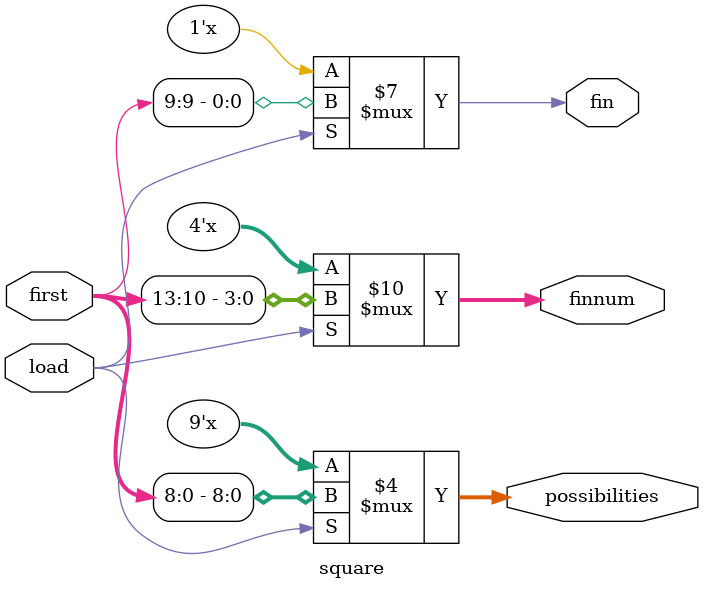
<source format=v>
module square(first,load,possibilities,fin,finnum);
	input[13:0] first;
	input load;
	output reg[8:0] possibilities;
	output reg fin;
	output reg[3:0] finnum;
	
	
always@(load)
	if(load == 1)
		begin
		finnum = first[13:10];
		fin = first[9];
		possibilities = first[8:0];
		end
endmodule 
</source>
